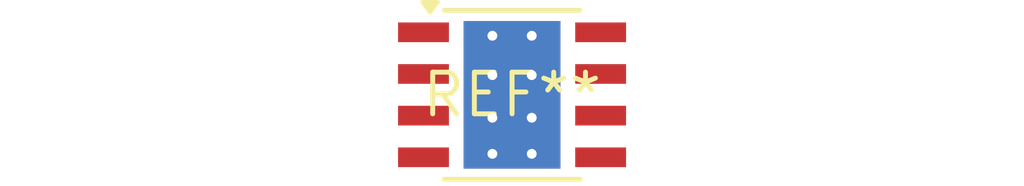
<source format=kicad_pcb>
(kicad_pcb (version 20240108) (generator pcbnew)
  (layers (0 "F.Cu" signal) (31 "B.Cu" signal) (34 "B.Paste" user) (35 "F.Paste" user) (36 "B.SilkS" user "B.Silkscreen") (37 "F.SilkS" user "F.Silkscreen") (38 "B.Mask" user) (39 "F.Mask" user) (44 "Edge.Cuts" user))
  (net 0 "")
  (footprint "TI_SO-PowerPAD-8_ThermalVias" (layer "F.Cu") (at 0 0)
    (property "Reference" "REF**")
    (property "Value" "TI_SO-PowerPAD-8_ThermalVias")
    (fp_line (start -2.075 -2.575) (end 2.075 -2.575) (layer "F.SilkS") (stroke (width 0.15)))
    (fp_line (start -2.075 2.575) (end 2.075 2.575) (layer "F.SilkS") (stroke (width 0.15)))
    (fp_poly (pts (xy -2.5 -2.5) (xy -2.74 -2.83) (xy -2.26 -2.83) (xy -2.5 -2.5)) (layer "F.SilkS") (stroke (width 0.12)) (fill solid))
    (pad "1" smd rect (at -2.7 -1.905) (size 1.55 0.6) (layers "F.Cu" "F.Paste" "F.Mask"))
    (pad "2" smd rect (at -2.7 -0.635) (size 1.55 0.6) (layers "F.Cu" "F.Paste" "F.Mask"))
    (pad "3" smd rect (at -2.7 0.635) (size 1.55 0.6) (layers "F.Cu" "F.Paste" "F.Mask"))
    (pad "4" smd rect (at -2.7 1.905) (size 1.55 0.6) (layers "F.Cu" "F.Paste" "F.Mask"))
    (pad "5" smd rect (at 2.7 1.905) (size 1.55 0.6) (layers "F.Cu" "F.Paste" "F.Mask"))
    (pad "6" smd rect (at 2.7 0.635) (size 1.55 0.6) (layers "F.Cu" "F.Paste" "F.Mask"))
    (pad "7" smd rect (at 2.7 -0.635) (size 1.55 0.6) (layers "F.Cu" "F.Paste" "F.Mask"))
    (pad "8" smd rect (at 2.7 -1.905) (size 1.55 0.6) (layers "F.Cu" "F.Paste" "F.Mask"))
    (pad "9" thru_hole circle (at -0.6 -1.8) (size 0.6 0.6) (drill 0.3) (layers *.Cu) (remove_unused_layers))
    (pad "9" thru_hole circle (at -0.6 -0.6) (size 0.6 0.6) (drill 0.3) (layers *.Cu) (remove_unused_layers))
    (pad "9" thru_hole circle (at -0.6 0.7) (size 0.6 0.6) (drill 0.3) (layers *.Cu) (remove_unused_layers))
    (pad "9" thru_hole circle (at -0.6 1.8) (size 0.6 0.6) (drill 0.3) (layers *.Cu) (remove_unused_layers))
    (pad "9" smd rect (at 0 0) (size 2.6 3.1) (layers "F.Cu" "F.Paste" "F.Mask"))
    (pad "9" smd rect (at 0 0) (size 2.95 4.5) (layers "F.Cu"))
    (pad "9" smd rect (at 0 0) (size 2.95 4.5) (layers "B.Cu"))
    (pad "9" thru_hole circle (at 0.6 -1.8) (size 0.6 0.6) (drill 0.3) (layers *.Cu) (remove_unused_layers))
    (pad "9" thru_hole circle (at 0.6 -0.6) (size 0.6 0.6) (drill 0.3) (layers *.Cu) (remove_unused_layers))
    (pad "9" thru_hole circle (at 0.6 0.7) (size 0.6 0.6) (drill 0.3) (layers *.Cu) (remove_unused_layers))
    (pad "9" thru_hole circle (at 0.6 1.8) (size 0.6 0.6) (drill 0.3) (layers *.Cu) (remove_unused_layers))
  )
)
</source>
